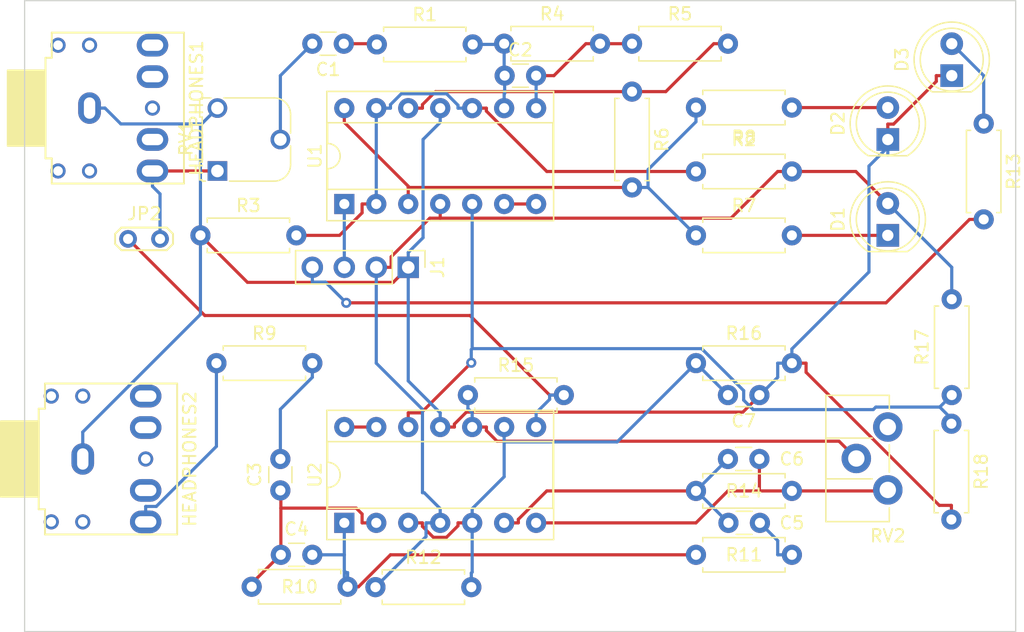
<source format=kicad_pcb>
(kicad_pcb (version 20221018) (generator pcbnew)
  (layers (0 "F.Cu" signal) (31 "B.Cu" signal) (34 "B.Paste" user) (35 "F.Paste" user) (36 "B.SilkS" user "B.Silkscreen") (37 "F.SilkS" user "F.Silkscreen") (38 "B.Mask" user) (39 "F.Mask" user) (44 "Edge.Cuts" user))
  (net 0 "")
  (net 1 "Net-(C1-Pad1)")
  (net 2 "Net-(C1-Pad2)")
  (net 3 "Net-(C2-Pad2)")
  (net 4 "Net-(D1-K)")
  (net 5 "+5V")
  (net 6 "GND")
  (net 7 "Net-(D2-A)")
  (net 10 "Net-(U2A--)")
  (net 12 "Net-(U1A--)")
  (net 13 "Net-(U1D-+)")
  (net 14 "Net-(U1A-+)")
  (net 15 "Net-(C3-Pad2)")
  (net 16 "Net-(C4-Pad2)")
  (net 17 "Net-(U2B--)")
  (net 18 "Net-(C5-Pad2)")
  (net 19 "Net-(C6-Pad2)")
  (net 20 "Net-(U2A-+)")
  (net 24 "Net-(HEADPHONES2-PadT)")
  (net 26 "Net-(D3-A)")
  (net 27 "Net-(U2C-+)")
  (net 28 "Net-(U1C--)")
  (net 29 "Net-(JP2-B)")
  (net 30 "Net-(J1-Pin_3)")
  (net 31 "Net-(JP2-A)")
  (net 32 "Net-(J1-Pin_4)")
  (net 33 "Net-(U1B-+)")
  (net 34 "Net-(U1B--)")
  (net 35 "Net-(U2D--)")
  (footprint "Potentiometer_THT:Potentiometer_Runtron_RM-065_Vertical" (layer "F.Cu") (at 33.1 40.6 90)
    (fp_text reference "RV1" (at 2.6 -2.5 90) (layer "F.SilkS"))
    (fp_text value "10k")
    (pad "1" thru_hole rect (at 0 0 90) (size 1.56 1.56) (drill 1) (layers "*.Cu" "*.Mask") (net 29 "Net-(JP2-B)"))
    (pad "2" thru_hole circle (at 2.5 5 90) (size 1.56 1.56) (drill 1) (layers "*.Cu" "*.Mask") (net 2 "Net-(C1-Pad2)"))
    (pad "3" thru_hole circle (at 5 0 90) (size 1.56 1.56) (drill 1) (layers "*.Cu" "*.Mask") (net 6 "GND"))
  )
  (footprint "Resistor_THT:R_Axial_DIN0207_L6.3mm_D2.5mm_P7.62mm_Horizontal" (layer "F.Cu") (at 71.12 45.72)
    (fp_text reference "R7" (at 3.81 -2.37) (layer "F.SilkS"))
    (fp_text value "1K")
    (pad "1" thru_hole circle (at 0 0) (size 1.6 1.6) (drill 0.8) (layers "*.Cu" "*.Mask") (net 14 "Net-(U1A-+)"))
    (pad "2" thru_hole oval (at 7.62 0) (size 1.6 1.6) (drill 0.8) (layers "*.Cu" "*.Mask") (net 4 "Net-(D1-K)"))
  )
  (footprint "LED_THT:LED_D5.0mm" (layer "F.Cu") (at 91.44 33.02 90)
    (fp_text reference "D3" (at 1.27 -3.96 90) (layer "F.SilkS"))
    (fp_text value "LED")
    (pad "1" thru_hole rect (at 0 0 90) (size 1.8 1.8) (drill 0.9) (layers "*.Cu" "*.Mask") (net 6 "GND"))
    (pad "2" thru_hole circle (at 2.54 0 90) (size 1.8 1.8) (drill 0.9) (layers "*.Cu" "*.Mask") (net 26 "Net-(D3-A)"))
  )
  (footprint "Resistor_THT:R_Axial_DIN0207_L6.3mm_D2.5mm_P7.62mm_Horizontal" (layer "F.Cu") (at 71.12 66.04)
    (fp_text reference "R14" (at 3.81 0) (layer "F.SilkS"))
    (fp_text value "6.8K")
    (pad "1" thru_hole circle (at 0 0) (size 1.6 1.6) (drill 0.8) (layers "*.Cu" "*.Mask") (net 17 "Net-(U2B--)"))
    (pad "2" thru_hole oval (at 7.62 0) (size 1.6 1.6) (drill 0.8) (layers "*.Cu" "*.Mask") (net 19 "Net-(C6-Pad2)"))
  )
  (footprint "Resistor_THT:R_Axial_DIN0207_L6.3mm_D2.5mm_P7.62mm_Horizontal" (layer "F.Cu") (at 53 58.42)
    (fp_text reference "R15" (at 3.81 -2.37) (layer "F.SilkS"))
    (fp_text value "1.2M")
    (pad "1" thru_hole circle (at 0 0) (size 1.6 1.6) (drill 0.8) (layers "*.Cu" "*.Mask") (net 27 "Net-(U2C-+)"))
    (pad "2" thru_hole oval (at 7.62 0) (size 1.6 1.6) (drill 0.8) (layers "*.Cu" "*.Mask") (net 31 "Net-(JP2-A)"))
  )
  (footprint "Resistor_THT:R_Axial_DIN0207_L6.3mm_D2.5mm_P7.62mm_Horizontal" (layer "F.Cu") (at 93.98 36.83 -90)
    (fp_text reference "R13" (at 3.81 -2.37 90) (layer "F.SilkS"))
    (fp_text value "220")
    (pad "1" thru_hole circle (at 0 0 270) (size 1.6 1.6) (drill 0.8) (layers "*.Cu" "*.Mask") (net 26 "Net-(D3-A)"))
    (pad "2" thru_hole oval (at 7.62 0 270) (size 1.6 1.6) (drill 0.8) (layers "*.Cu" "*.Mask") (net 32 "Net-(J1-Pin_4)"))
  )
  (footprint "Capacitor_THT:C_Disc_D3.0mm_W1.6mm_P2.50mm" (layer "F.Cu") (at 38.14 71.12)
    (fp_text reference "C4" (at 1.25 -2.05) (layer "F.SilkS"))
    (fp_text value "220pF")
    (pad "1" thru_hole circle (at 0 0) (size 1.6 1.6) (drill 0.8) (layers "*.Cu" "*.Mask") (net 10 "Net-(U2A--)"))
    (pad "2" thru_hole circle (at 2.5 0) (size 1.6 1.6) (drill 0.8) (layers "*.Cu" "*.Mask") (net 16 "Net-(C4-Pad2)"))
  )
  (footprint "TestPoint:TestPoint_2Pads_Pitch2.54mm_Drill0.8mm" (layer "F.Cu") (at 26 46)
    (fp_text reference "JP2" (at 1.3 -2) (layer "F.SilkS"))
    (fp_text value "Jumper_2_Open")
    (pad "1" thru_hole circle (at 0 0) (size 1.4 1.4) (drill 0.8) (layers "*.Cu" "*.Mask") (net 31 "Net-(JP2-A)"))
    (pad "2" thru_hole circle (at 2.54 0) (size 1.4 1.4) (drill 0.8) (layers "*.Cu" "*.Mask") (net 29 "Net-(JP2-B)"))
  )
  (footprint "Capacitor_THT:C_Disc_D3.0mm_W1.6mm_P2.50mm" (layer "F.Cu") (at 43.14 30.48 180)
    (fp_text reference "C1" (at 1.25 -2.05) (layer "F.SilkS"))
    (fp_text value "100nF")
    (pad "1" thru_hole circle (at 0 0 180) (size 1.6 1.6) (drill 0.8) (layers "*.Cu" "*.Mask") (net 1 "Net-(C1-Pad1)"))
    (pad "2" thru_hole circle (at 2.5 0 180) (size 1.6 1.6) (drill 0.8) (layers "*.Cu" "*.Mask") (net 2 "Net-(C1-Pad2)"))
  )
  (footprint "Package_DIP:DIP-14_W7.62mm_Socket" (layer "F.Cu") (at 43.18 68.58 90)
    (fp_text reference "U2" (at 3.81 -2.33 90) (layer "F.SilkS"))
    (fp_text value "TLC2274")
    (pad "1" thru_hole rect (at 0 0 90) (size 1.6 1.6) (drill 0.8) (layers "*.Cu" "*.Mask") (net 16 "Net-(C4-Pad2)"))
    (pad "2" thru_hole oval (at 0 2.54 90) (size 1.6 1.6) (drill 0.8) (layers "*.Cu" "*.Mask") (net 10 "Net-(U2A--)"))
    (pad "3" thru_hole oval (at 0 5.08 90) (size 1.6 1.6) (drill 0.8) (layers "*.Cu" "*.Mask") (net 20 "Net-(U2A-+)"))
    (pad "4" thru_hole oval (at 0 7.62 90) (size 1.6 1.6) (drill 0.8) (layers "*.Cu" "*.Mask") (net 5 "+5V"))
    (pad "5" thru_hole oval (at 0 10.16 90) (size 1.6 1.6) (drill 0.8) (layers "*.Cu" "*.Mask") (net 20 "Net-(U2A-+)"))
    (pad "6" thru_hole oval (at 0 12.7 90) (size 1.6 1.6) (drill 0.8) (layers "*.Cu" "*.Mask") (net 17 "Net-(U2B--)"))
    (pad "7" thru_hole oval (at 0 15.24 90) (size 1.6 1.6) (drill 0.8) (layers "*.Cu" "*.Mask") (net 19 "Net-(C6-Pad2)"))
    (pad "8" thru_hole oval (at 7.62 15.24 90) (size 1.6 1.6) (drill 0.8) (layers "*.Cu" "*.Mask") (net 31 "Net-(JP2-A)"))
    (pad "9" thru_hole oval (at 7.62 12.7 90) (size 1.6 1.6) (drill 0.8) (layers "*.Cu" "*.Mask") (net 20 "Net-(U2A-+)"))
    (pad "10" thru_hole oval (at 7.62 10.16 90) (size 1.6 1.6) (drill 0.8) (layers "*.Cu" "*.Mask") (net 27 "Net-(U2C-+)"))
    (pad "11" thru_hole oval (at 7.62 7.62 90) (size 1.6 1.6) (drill 0.8) (layers "*.Cu" "*.Mask") (net 6 "GND"))
    (pad "12" thru_hole oval (at 7.62 5.08 90) (size 1.6 1.6) (drill 0.8) (layers "*.Cu" "*.Mask") (net 33 "Net-(U1B-+)"))
    (pad "13" thru_hole oval (at 7.62 2.54 90) (size 1.6 1.6) (drill 0.8) (layers "*.Cu" "*.Mask") (net 35 "Net-(U2D--)"))
    (pad "14" thru_hole oval (at 7.62 0 90) (size 1.6 1.6) (drill 0.8) (layers "*.Cu" "*.Mask") (net 35 "Net-(U2D--)"))
  )
  (footprint "Resistor_THT:R_Axial_DIN0207_L6.3mm_D2.5mm_P7.62mm_Horizontal" (layer "F.Cu") (at 31.75 45.72)
    (fp_text reference "R3" (at 3.81 -2.37) (layer "F.SilkS"))
    (fp_text value "10K")
    (pad "1" thru_hole circle (at 0 0) (size 1.6 1.6) (drill 0.8) (layers "*.Cu" "*.Mask") (net 6 "GND"))
    (pad "2" thru_hole oval (at 7.62 0) (size 1.6 1.6) (drill 0.8) (layers "*.Cu" "*.Mask") (net 12 "Net-(U1A--)"))
  )
  (footprint "Potentiometer_THT:Potentiometer_ACP_CA9-H2,5_Horizontal" (layer "F.Cu") (at 86.36 65.96 180)
    (fp_text reference "RV2" (at 0 -3.65) (layer "F.SilkS"))
    (fp_text value "200k")
    (pad "1" thru_hole circle (at 0 0 180) (size 2.34 2.34) (drill 1.3) (layers "*.Cu" "*.Mask") (net 19 "Net-(C6-Pad2)"))
    (pad "2" thru_hole circle (at 2.5 2.5 180) (size 2.34 2.34) (drill 1.3) (layers "*.Cu" "*.Mask") (net 27 "Net-(U2C-+)"))
    (pad "3" thru_hole circle (at 0 5 180) (size 2.34 2.34) (drill 1.3) (layers "*.Cu" "*.Mask"))
  )
  (footprint "Resistor_THT:R_Axial_DIN0207_L6.3mm_D2.5mm_P7.62mm_Horizontal" (layer "F.Cu") (at 71.12 71.12)
    (fp_text reference "R11" (at 3.81 0) (layer "F.SilkS"))
    (fp_text value "10k")
    (pad "1" thru_hole circle (at 0 0) (size 1.6 1.6) (drill 0.8) (layers "*.Cu" "*.Mask") (net 16 "Net-(C4-Pad2)"))
    (pad "2" thru_hole oval (at 7.62 0) (size 1.6 1.6) (drill 0.8) (layers "*.Cu" "*.Mask") (net 18 "Net-(C5-Pad2)"))
  )
  (footprint "Resistor_THT:R_Axial_DIN0207_L6.3mm_D2.5mm_P7.62mm_Horizontal" (layer "F.Cu") (at 71.12 55.88)
    (fp_text reference "R16" (at 3.81 -2.37) (layer "F.SilkS"))
    (fp_text value "10K")
    (pad "1" thru_hole circle (at 0 0) (size 1.6 1.6) (drill 0.8) (layers "*.Cu" "*.Mask") (net 20 "Net-(U2A-+)"))
    (pad "2" thru_hole oval (at 7.62 0) (size 1.6 1.6) (drill 0.8) (layers "*.Cu" "*.Mask") (net 6 "GND"))
  )
  (footprint "Capacitor_THT:C_Disc_D3.0mm_W1.6mm_P2.50mm" (layer "F.Cu") (at 73.7 68.58)
    (fp_text reference "C5" (at 5.04 0) (layer "F.SilkS"))
    (fp_text value "10nF")
    (pad "1" thru_hole circle (at 0 0) (size 1.6 1.6) (drill 0.8) (layers "*.Cu" "*.Mask") (net 17 "Net-(U2B--)"))
    (pad "2" thru_hole circle (at 2.5 0) (size 1.6 1.6) (drill 0.8) (layers "*.Cu" "*.Mask") (net 18 "Net-(C5-Pad2)"))
  )
  (footprint "footprints:PJ-307" (layer "F.Cu") (at 25.94 35.6)
    (fp_text reference "HEADPHONES1" (at 5.5 0 270) (layer "F.SilkS"))
    (fp_text value "AudioJack3_SwitchTR")
    (pad "" np_thru_hole circle (at -5.5 -5) (size 1.2 1.2) (drill 0.762) (layers "*.Cu" "*.Mask"))
    (pad "" np_thru_hole circle (at -5.5 5) (size 1.2 1.2) (drill 0.762) (layers "*.Cu" "*.Mask"))
    (pad "" np_thru_hole circle (at -3 -5) (size 1.2 1.2) (drill 0.762) (layers "*.Cu" "*.Mask"))
    (pad "" np_thru_hole circle (at -3 5) (size 1.2 1.2) (drill 0.762) (layers "*.Cu" "*.Mask"))
    (pad "" np_thru_hole circle (at 2 0) (size 1.2 1.2) (drill 0.762) (layers "*.Cu" "*.Mask"))
    (pad "R" thru_hole oval (at 2 -5) (size 2.5 1.8) (drill oval 1.7 0.9) (layers "*.Cu" "*.Mask"))
    (pad "RN" thru_hole oval (at 2 -2.5) (size 2.5 1.8) (drill oval 1.7 0.9) (layers "*.Cu" "*.Mask"))
    (pad "S" thru_hole oval (at -3 0 90) (size 2.5 1.8) (drill oval 1.7 0.9) (layers "*.Cu" "*.Mask") (net 6 "GND"))
    (pad "T" thru_hole oval (at 2 5) (size 2.5 1.8) (drill oval 1.7 0.9) (layers "*.Cu" "*.Mask") (net 29 "Net-(JP2-B)"))
    (pad "TN" thru_hole oval (at 2 2.5) (size 2.5 1.8) (drill oval 1.7 0.9) (layers "*.Cu" "*.Mask"))
  )
  (footprint "Package_DIP:DIP-14_W7.62mm_Socket" (layer "F.Cu") (at 43.18 43.2254 90)
    (fp_text reference "U1" (at 3.81 -2.33 90) (layer "F.SilkS"))
    (fp_text value "TLC2274")
    (pad "1" thru_hole rect (at 0 0 90) (size 1.6 1.6) (drill 0.8) (layers "*.Cu" "*.Mask") (net 30 "Net-(J1-Pin_3)"))
    (pad "2" thru_hole oval (at 0 2.54 90) (size 1.6 1.6) (drill 0.8) (layers "*.Cu" "*.Mask") (net 12 "Net-(U1A--)"))
    (pad "3" thru_hole oval (at 0 5.08 90) (size 1.6 1.6) (drill 0.8) (layers "*.Cu" "*.Mask") (net 14 "Net-(U1A-+)"))
    (pad "4" thru_hole oval (at 0 7.62 90) (size 1.6 1.6) (drill 0.8) (layers "*.Cu" "*.Mask") (net 5 "+5V"))
    (pad "5" thru_hole oval (at 0 10.16 90) (size 1.6 1.6) (drill 0.8) (layers "*.Cu" "*.Mask") (net 33 "Net-(U1B-+)"))
    (pad "6" thru_hole oval (at 0 12.7 90) (size 1.6 1.6) (drill 0.8) (layers "*.Cu" "*.Mask") (net 34 "Net-(U1B--)"))
    (pad "7" thru_hole oval (at 0 15.24 90) (size 1.6 1.6) (drill 0.8) (layers "*.Cu" "*.Mask") (net 34 "Net-(U1B--)"))
    (pad "8" thru_hole oval (at 7.62 15.24 90) (size 1.6 1.6) (drill 0.8) (layers "*.Cu" "*.Mask") (net 3 "Net-(C2-Pad2)"))
    (pad "9" thru_hole oval (at 7.62 12.7 90) (size 1.6 1.6) (drill 0.8) (layers "*.Cu" "*.Mask") (net 28 "Net-(U1C--)"))
    (pad "10" thru_hole oval (at 7.62 10.16 90) (size 1.6 1.6) (drill 0.8) (layers "*.Cu" "*.Mask") (net 12 "Net-(U1A--)"))
    (pad "11" thru_hole oval (at 7.62 7.62 90) (size 1.6 1.6) (drill 0.8) (layers "*.Cu" "*.Mask") (net 6 "GND"))
    (pad "12" thru_hole oval (at 7.62 5.08 90) (size 1.6 1.6) (drill 0.8) (layers "*.Cu" "*.Mask") (net 13 "Net-(U1D-+)"))
    (pad "13" thru_hole oval (at 7.62 2.54 90) (size 1.6 1.6) (drill 0.8) (layers "*.Cu" "*.Mask") (net 12 "Net-(U1A--)"))
    (pad "14" thru_hole oval (at 7.62 0 90) (size 1.6 1.6) (drill 0.8) (layers "*.Cu" "*.Mask") (net 14 "Net-(U1A-+)"))
  )
  (footprint "Capacitor_THT:C_Disc_D3.0mm_W1.6mm_P2.50mm" (layer "F.Cu") (at 55.92 33.02)
    (fp_text reference "C2" (at 1.25 -2.05) (layer "F.SilkS"))
    (fp_text value "220pF")
    (pad "1" thru_hole circle (at 0 0) (size 1.6 1.6) (drill 0.8) (layers "*.Cu" "*.Mask") (net 28 "Net-(U1C--)"))
    (pad "2" thru_hole circle (at 2.5 0) (size 1.6 1.6) (drill 0.8) (layers "*.Cu" "*.Mask") (net 3 "Net-(C2-Pad2)"))
  )
  (footprint "LED_THT:LED_D5.0mm" (layer "F.Cu") (at 86.36 45.72 90)
    (fp_text reference "D1" (at 1.27 -3.96 90) (layer "F.SilkS"))
    (fp_text value "LED")
    (pad "1" thru_hole rect (at 0 0 90) (size 1.8 1.8) (drill 0.9) (layers "*.Cu" "*.Mask") (net 4 "Net-(D1-K)"))
    (pad "2" thru_hole circle (at 2.54 0 90) (size 1.8 1.8) (drill 0.9) (layers "*.Cu" "*.Mask") (net 5 "+5V"))
  )
  (footprint "Resistor_THT:R_Axial_DIN0207_L6.3mm_D2.5mm_P7.62mm_Horizontal" (layer "F.Cu") (at 33.02 55.88)
    (fp_text reference "R9" (at 3.81 -2.37) (layer "F.SilkS"))
    (fp_text value "10K")
    (pad "1" thru_hole circle (at 0 0) (size 1.6 1.6) (drill 0.8) (layers "*.Cu" "*.Mask") (net 24 "Net-(HEADPHONES2-PadT)"))
    (pad "2" thru_hole oval (at 7.62 0) (size 1.6 1.6) (drill 0.8) (layers "*.Cu" "*.Mask") (net 15 "Net-(C3-Pad2)"))
  )
  (footprint "Capacitor_THT:C_Disc_D3.0mm_W1.6mm_P2.50mm" (layer "F.Cu") (at 73.66 63.5)
    (fp_text reference "C6" (at 5.08 0) (layer "F.SilkS"))
    (fp_text value "220pF")
    (pad "1" thru_hole circle (at 0 0) (size 1.6 1.6) (drill 0.8) (layers "*.Cu" "*.Mask") (net 17 "Net-(U2B--)"))
    (pad "2" thru_hole circle (at 2.5 0) (size 1.6 1.6) (drill 0.8) (layers "*.Cu" "*.Mask") (net 19 "Net-(C6-Pad2)"))
  )
  (footprint "Capacitor_THT:C_Disc_D3.0mm_W1.6mm_P2.50mm" (layer "F.Cu") (at 76.16 58.42 180)
    (fp_text reference "C7" (at 1.25 -2.05) (layer "F.SilkS"))
    (fp_text value "100nF")
    (pad "1" thru_hole circle (at 0 0 180) (size 1.6 1.6) (drill 0.8) (layers "*.Cu" "*.Mask") (net 6 "GND"))
    (pad "2" thru_hole circle (at 2.5 0 180) (size 1.6 1.6) (drill 0.8) (layers "*.Cu" "*.Mask") (net 20 "Net-(U2A-+)"))
  )
  (footprint "LED_THT:LED_D5.0mm" (layer "F.Cu") (at 86.36 38.1 90)
    (fp_text reference "D2" (at 1.27 -3.96 90) (layer "F.SilkS"))
    (fp_text value "LED")
    (pad "1" thru_hole rect (at 0 0 90) (size 1.8 1.8) (drill 0.9) (layers "*.Cu" "*.Mask") (net 6 "GND"))
    (pad "2" thru_hole circle (at 2.54 0 90) (size 1.8 1.8) (drill 0.9) (layers "*.Cu" "*.Mask") (net 7 "Net-(D2-A)"))
  )
  (footprint "Resistor_THT:R_Axial_DIN0207_L6.3mm_D2.5mm_P7.62mm_Horizontal" (layer "F.Cu") (at 45.7633 30.5371)
    (fp_text reference "R1" (at 3.81 -2.37) (layer "F.SilkS"))
    (fp_text value "10K")
    (pad "1" thru_hole circle (at 0 0) (size 1.6 1.6) (drill 0.8) (layers "*.Cu" "*.Mask") (net 1 "Net-(C1-Pad1)"))
    (pad "2" thru_hole oval (at 7.62 0) (size 1.6 1.6) (drill 0.8) (layers "*.Cu" "*.Mask") (net 28 "Net-(U1C--)"))
  )
  (footprint "Resistor_THT:R_Axial_DIN0207_L6.3mm_D2.5mm_P7.62mm_Horizontal" (layer "F.Cu") (at 66.04 34.29 -90)
    (fp_text reference "R6" (at 3.81 -2.37 -270) (layer "F.SilkS"))
    (fp_text value "1M")
    (pad "1" thru_hole circle (at 0 0 270) (size 1.6 1.6) (drill 0.8) (layers "*.Cu" "*.Mask") (net 13 "Net-(U1D-+)"))
    (pad "2" thru_hole oval (at 7.62 0 270) (size 1.6 1.6) (drill 0.8) (layers "*.Cu" "*.Mask") (net 14 "Net-(U1A-+)"))
  )
  (footprint "Resistor_THT:R_Axial_DIN0207_L6.3mm_D2.5mm_P7.62mm_Horizontal" (layer "F.Cu") (at 91.44 58.42 90)
    (fp_text reference "R17" (at 3.81 -2.37 90) (layer "F.SilkS"))
    (fp_text value "10K")
    (pad "1" thru_hole circle (at 0 0 90) (size 1.6 1.6) (drill 0.8) (layers "*.Cu" "*.Mask") (net 33 "Net-(U1B-+)"))
    (pad "2" thru_hole oval (at 7.62 0 90) (size 1.6 1.6) (drill 0.8) (layers "*.Cu" "*.Mask") (net 5 "+5V"))
  )
  (footprint "Resistor_THT:R_Axial_DIN0207_L6.3mm_D2.5mm_P7.62mm_Horizontal" (layer "F.Cu") (at 66.04 30.48)
    (fp_text reference "R5" (at 3.81 -2.37) (layer "F.SilkS"))
    (fp_text value "100K")
    (pad "1" thru_hole circle (at 0 0) (size 1.6 1.6) (drill 0.8) (layers "*.Cu" "*.Mask") (net 3 "Net-(C2-Pad2)"))
    (pad "2" thru_hole oval (at 7.62 0) (size 1.6 1.6) (drill 0.8) (layers "*.Cu" "*.Mask") (net 13 "Net-(U1D-+)"))
  )
  (footprint "Connector_PinHeader_2.54mm:PinHeader_1x04_P2.54mm_Vertical" (layer "F.Cu") (at 48.26 48.26 -90)
    (fp_text reference "J1" (at 0 -2.33 90) (layer "F.SilkS"))
    (fp_text value "Conn_01x04_Pin")
    (pad "1" thru_hole rect (at 0 0 270) (size 1.7 1.7) (drill 1) (layers "*.Cu" "*.Mask") (net 6 "GND"))
    (pad "2" thru_hole oval (at 0 2.54 270) (size 1.7 1.7) (drill 1) (layers "*.Cu" "*.Mask") (net 5 "+5V"))
    (pad "3" thru_hole oval (at 0 5.08 270) (size 1.7 1.7) (drill 1) (layers "*.Cu" "*.Mask") (net 30 "Net-(J1-Pin_3)"))
    (pad "4" thru_hole oval (at 0 7.62 270) (size 1.7 1.7) (drill 1) (layers "*.Cu" "*.Mask") (net 32 "Net-(J1-Pin_4)"))
  )
  (footprint "Resistor_THT:R_Axial_DIN0207_L6.3mm_D2.5mm_P7.62mm_Horizontal" (layer "F.Cu") (at 45.6525 73.6916)
    (fp_text reference "R12" (at 3.81 -2.37) (layer "F.SilkS"))
    (fp_text value "10K")
    (pad "1" thru_hole circle (at 0 0) (size 1.6 1.6) (drill 0.8) (layers "*.Cu" "*.Mask") (net 5 "+5V"))
    (pad "2" thru_hole oval (at 7.62 0) (size 1.6 1.6) (drill 0.8) (layers "*.Cu" "*.Mask") (net 20 "Net-(U2A-+)"))
  )
  (footprint "Resistor_THT:R_Axial_DIN0207_L6.3mm_D2.5mm_P7.62mm_Horizontal" (layer "F.Cu") (at 78.74 35.56 180)
    (fp_text reference "R8" (at 3.81 -2.37) (layer "F.SilkS"))
    (fp_text value "1K")
    (pad "1" thru_hole circle (at 0 0 180) (size 1.6 1.6) (drill 0.8) (layers "*.Cu" "*.Mask") (net 7 "Net-(D2-A)"))
    (pad "2" thru_hole oval (at 7.62 0 180) (size 1.6 1.6) (drill 0.8) (layers "*.Cu" "*.Mask") (net 14 "Net-(U1A-+)"))
  )
  (footprint "footprints:PJ-307" (layer "F.Cu") (at 25.4 63.5)
    (fp_text reference "HEADPHONES2" (at 5.5 0 270) (layer "F.SilkS"))
    (fp_text value "AudioJack3_SwitchTR")
    (pad "" np_thru_hole circle (at -5.5 -5) (size 1.2 1.2) (drill 0.762) (layers "*.Cu" "*.Mask"))
    (pad "" np_thru_hole circle (at -5.5 5) (size 1.2 1.2) (drill 0.762) (layers "*.Cu" "*.Mask"))
    (pad "" np_thru_hole circle (at -3 -5) (size 1.2 1.2) (drill 0.762) (layers "*.Cu" "*.Mask"))
    (pad "" np_thru_hole circle (at -3 5) (size 1.2 1.2) (drill 0.762) (layers "*.Cu" "*.Mask"))
    (pad "" np_thru_hole circle (at 2 0) (size 1.2 1.2) (drill 0.762) (layers "*.Cu" "*.Mask"))
    (pad "R" thru_hole oval (at 2 -5) (size 2.5 1.8) (drill oval 1.7 0.9) (layers "*.Cu" "*.Mask"))
    (pad "RN" thru_hole oval (at 2 -2.5) (size 2.5 1.8) (drill oval 1.7 0.9) (layers "*.Cu" "*.Mask"))
    (pad "S" thru_hole oval (at -3 0 90) (size 2.5 1.8) (drill oval 1.7 0.9) (layers "*.Cu" "*.Mask") (net 6 "GND"))
    (pad "T" thru_hole oval (at 2 5) (size 2.5 1.8) (drill oval 1.7 0.9) (layers "*.Cu" "*.Mask") (net 24 "Net-(HEADPHONES2-PadT)"))
    (pad "TN" thru_hole oval (at 2 2.5) (size 2.5 1.8) (drill oval 1.7 0.9) (layers "*.Cu" "*.Mask"))
  )
  (footprint "Capacitor_THT:C_Disc_D3.0mm_W1.6mm_P2.50mm" (layer "F.Cu") (at 38.1 66 90)
    (fp_text reference "C3" (at 1.25 -2.05 90) (layer "F.SilkS"))
    (fp_text value "10nF")
    (pad "1" thru_hole circle (at 0 0 90) (size 1.6 1.6) (drill 0.8) (layers "*.Cu" "*.Mask") (net 10 "Net-(U2A--)"))
    (pad "2" thru_hole circle (at 2.5 0 90) (size 1.6 1.6) (drill 0.8) (layers "*.Cu" "*.Mask") (net 15 "Net-(C3-Pad2)"))
  )
  (footprint "Resistor_THT:R_Axial_DIN0207_L6.3mm_D2.5mm_P7.62mm_Horizontal" (layer "F.Cu") (at 71.12 40.64)
    (fp_text reference "R2" (at 3.81 -2.54) (layer "F.SilkS"))
    (fp_text value "10K")
    (pad "1" thru_hole circle (at 0 0) (size 1.6 1.6) (drill 0.8) (layers "*.Cu" "*.Mask") (net 12 "Net-(U1A--)"))
    (pad "2" thru_hole oval (at 7.62 0) (size 1.6 1.6) (drill 0.8) (layers "*.Cu" "*.Mask") (net 5 "+5V"))
  )
  (footprint "Resistor_THT:R_Axial_DIN0207_L6.3mm_D2.5mm_P7.62mm_Horizontal" (layer "F.Cu") (at 91.4131 60.6947 -90)
    (fp_text reference "R18" (at 3.81 -2.37 90) (layer "F.SilkS"))
    (fp_text value "10K")
    (pad "1" thru_hole circle (at 0 0 270) (size 1.6 1.6) (drill 0.8) (layers "*.Cu" "*.Mask") (net 33 "Net-(U1B-+)"))
    (pad "2" thru_hole oval (at 7.62 0 270) (size 1.6 1.6) (drill 0.8) (layers "*.Cu" "*.Mask") (net 6 "GND"))
  )
  (footprint "Resistor_THT:R_Axial_DIN0207_L6.3mm_D2.5mm_P7.62mm_Horizontal" (layer "F.Cu") (at 55.88 30.48)
    (fp_text reference "R4" (at 3.81 -2.37) (layer "F.SilkS"))
    (fp_text value "100K")
    (pad "1" thru_hole circle (at 0 0) (size 1.6 1.6) (drill 0.8) (layers "*.Cu" "*.Mask") (net 28 "Net-(U1C--)"))
    (pad "2" thru_hole oval (at 7.62 0) (size 1.6 1.6) (drill 0.8) (layers "*.Cu" "*.Mask") (net 3 "Net-(C2-Pad2)"))
  )
  (footprint "Resistor_THT:R_Axial_DIN0207_L6.3mm_D2.5mm_P7.62mm_Horizontal" (layer "F.Cu") (at 35.8219 73.66)
    (fp_text reference "R10" (at 3.81 0) (layer "F.SilkS"))
    (fp_text value "6.8K")
    (pad "1" thru_hole circle (at 0 0) (size 1.6 1.6) (drill 0.8) (layers "*.Cu" "*.Mask") (net 10 "Net-(U2A--)"))
    (pad "2" thru_hole oval (at 7.62 0) (size 1.6 1.6) (drill 0.8) (layers "*.Cu" "*.Mask") (net 16 "Net-(C4-Pad2)"))
  )
  (gr_rect (start 17.78 27.055519) (end 96.52 77.226088) (stroke (width 0.1)) (fill none) (layer "Edge.Cuts"))
  (segment (start 45.7062 30.48) (end 45.7633 30.5371) (width 0.25) (layer "F.Cu") (net 1))
  (segment (start 43.14 30.48) (end 45.7062 30.48) (width 0.25) (layer "F.Cu") (net 1))
  (segment (start 38.1 33.02) (end 38.1 38.1) (width 0.25) (layer "B.Cu") (net 2))
  (segment (start 40.64 30.48) (end 38.1 33.02) (width 0.25) (layer "B.Cu") (net 2))
  (segment (start 63.5 30.48) (end 66.04 30.48) (width 0.25) (layer "F.Cu") (net 3))
  (segment (start 59.8331 33.02) (end 58.42 33.02) (width 0.25) (layer "F.Cu") (net 3))
  (segment (start 63.5 30.48) (end 62.3731 30.48) (width 0.25) (layer "F.Cu") (net 3))
  (segment (start 62.3731 30.48) (end 59.8331 33.02) (width 0.25) (layer "F.Cu") (net 3))
  (segment (start 58.42 35.6054) (end 58.42 33.02) (width 0.25) (layer "B.Cu") (net 3))
  (segment (start 86.36 45.72) (end 78.74 45.72) (width 0.25) (layer "F.Cu") (net 4))
  (segment (start 49.9723 44.3523) (end 46.8969 47.4277) (width 0.25) (layer "F.Cu") (net 5))
  (segment (start 78.74 40.64) (end 77.6131 40.64) (width 0.25) (layer "F.Cu") (net 5))
  (segment (start 46.8969 47.4277) (end 46.8969 48.26) (width 0.25) (layer "F.Cu") (net 5))
  (segment (start 50.8 44.3523) (end 49.9723 44.3523) (width 0.25) (layer "F.Cu") (net 5))
  (segment (start 83.82 40.64) (end 78.74 40.64) (width 0.25) (layer "F.Cu") (net 5))
  (segment (start 46.8969 48.26) (end 45.72 48.26) (width 0.25) (layer "F.Cu") (net 5))
  (segment (start 50.8 43.2254) (end 50.8 44.3523) (width 0.25) (layer "F.Cu") (net 5))
  (segment (start 77.6131 40.64) (end 73.9008 44.3523) (width 0.25) (layer "F.Cu") (net 5))
  (segment (start 73.9008 44.3523) (end 50.8 44.3523) (width 0.25) (layer "F.Cu") (net 5))
  (segment (start 86.36 43.18) (end 83.82 40.64) (width 0.25) (layer "F.Cu") (net 5))
  (segment (start 49.53 66.1831) (end 49.3899 66.1831) (width 0.25) (layer "B.Cu") (net 5))
  (segment (start 50.8 68.58) (end 49.6731 68.58) (width 0.25) (layer "B.Cu") (net 5))
  (segment (start 50.8 67.4531) (end 49.53 66.1831) (width 0.25) (layer "B.Cu") (net 5))
  (segment (start 49.6731 69.671) (end 45.6525 73.6916) (width 0.25) (layer "B.Cu") (net 5))
  (segment (start 49.3899 59.5538) (end 45.72 55.8839) (width 0.25) (layer "B.Cu") (net 5))
  (segment (start 86.36 43.18) (end 91.44 48.26) (width 0.25) (layer "B.Cu") (net 5))
  (segment (start 45.72 55.8839) (end 45.72 48.26) (width 0.25) (layer "B.Cu") (net 5))
  (segment (start 49.6731 68.58) (end 49.6731 69.671) (width 0.25) (layer "B.Cu") (net 5))
  (segment (start 91.44 48.26) (end 91.44 50.8) (width 0.25) (layer "B.Cu") (net 5))
  (segment (start 49.3899 66.1831) (end 49.3899 59.5538) (width 0.25) (layer "B.Cu") (net 5))
  (segment (start 50.8 68.58) (end 50.8 67.4531) (width 0.25) (layer "B.Cu") (net 5))
  (segment (start 86.36 36.8731) (end 86.8201 36.8731) (width 0.25) (layer "F.Cu") (net 6))
  (segment (start 76.16 58.42) (end 76.18 58.44) (width 0.25) (layer "F.Cu") (net 6))
  (segment (start 51.9269 60.96) (end 51.9269 60.7265) (width 0.25) (layer "F.Cu") (net 6))
  (segment (start 90.2131 33.02) (end 91.44 33.02) (width 0.25) (layer "F.Cu") (net 6))
  (segment (start 35.4847 49.4547) (end 47.0653 49.4547) (width 0.25) (layer "F.Cu") (net 6))
  (segment (start 90.2131 33.4801) (end 90.2131 33.02) (width 0.25) (layer "F.Cu") (net 6))
  (segment (start 50.8 60.96) (end 51.9269 60.96) (width 0.25) (layer "F.Cu") (net 6))
  (segment (start 90.4512 67.1878) (end 91.4131 67.1878) (width 0.25) (layer "F.Cu") (net 6))
  (segment (start 51.9269 60.7265) (end 52.8791 59.7743) (width 0.25) (layer "F.Cu") (net 6))
  (segment (start 79.8669 56.6035) (end 90.4512 67.1878) (width 0.25) (layer "F.Cu") (net 6))
  (segment (start 91.4131 68.3147) (end 91.4131 67.1878) (width 0.25) (layer "F.Cu") (net 6))
  (segment (start 31.75 45.72) (end 35.4847 49.4547) (width 0.25) (layer "F.Cu") (net 6))
  (segment (start 78.74 55.88) (end 79.8669 55.88) (width 0.25) (layer "F.Cu") (net 6))
  (segment (start 86.36 38.1) (end 86.36 36.8731) (width 0.25) (layer "F.Cu") (net 6))
  (segment (start 79.8669 55.88) (end 79.8669 56.6035) (width 0.25) (layer "F.Cu") (net 6))
  (segment (start 47.0653 49.4547) (end 48.26 48.26) (width 0.25) (layer "F.Cu") (net 6))
  (segment (start 52.8791 59.7743) (end 74.8457 59.7743) (width 0.25) (layer "F.Cu") (net 6))
  (segment (start 74.8457 59.7743) (end 76.18 58.44) (width 0.25) (layer "F.Cu") (net 6))
  (segment (start 76.18 58.44) (end 76.2 58.42) (width 0.25) (layer "F.Cu") (net 6))
  (segment (start 86.8201 36.8731) (end 90.2131 33.4801) (width 0.25) (layer "F.Cu") (net 6))
  (segment (start 50.8 36.7323) (end 49.4369 38.0954) (width 0.25) (layer "B.Cu") (net 6))
  (segment (start 31.6593 36.8593) (end 31.75 36.95) (width 0.25) (layer "B.Cu") (net 6))
  (segment (start 50.8 35.6054) (end 50.8 36.7323) (width 0.25) (layer "B.Cu") (net 6))
  (segment (start 31.75 52.0075) (end 31.75 45.72) (width 0.25) (layer "B.Cu") (net 6))
  (segment (start 76.2 58.42) (end 77.6131 57.0069) (width 0.25) (layer "B.Cu") (net 6))
  (segment (start 48.26 57.2931) (end 48.26 48.26) (width 0.25) (layer "B.Cu") (net 6))
  (segment (start 86.36 38.1) (end 86.36 38.7134) (width 0.25) (layer "B.Cu") (net 6))
  (segment (start 76.16 58.42) (end 76.2 58.42) (width 0.25) (layer "B.Cu") (net 6))
  (segment (start 31.75 45.72) (end 31.75 36.95) (width 0.25) (layer "B.Cu") (net 6))
  (segment (start 50.8 59.8331) (end 48.26 57.2931) (width 0.25) (layer "B.Cu") (net 6))
  (segment (start 24.1669 35.6) (end 25.4262 36.8593) (width 0.25) (layer "B.Cu") (net 6))
  (segment (start 50.8 60.96) (end 50.8 59.8331) (width 0.25) (layer "B.Cu") (net 6))
  (segment (start 77.6131 55.88) (end 78.74 55.88) (width 0.25) (layer "B.Cu") (net 6))
  (segment (start 49.4369 38.0954) (end 49.4369 45.9062) (width 0.25) (layer "B.Cu") (net 6))
  (segment (start 22.4 61.3575) (end 31.75 52.0075) (width 0.25) (layer "B.Cu") (net 6))
  (segment (start 78.74 55.88) (end 78.74 54.7531) (width 0.25) (layer "B.Cu") (net 6))
  (segment (start 22.94 35.6) (end 24.1669 35.6) (width 0.25) (layer "B.Cu") (net 6))
  (segment (start 48.26 47.0831) (end 48.26 48.26) (width 0.25) (layer "B.Cu") (net 6))
  (segment (start 49.4369 45.9062) (end 48.26 47.0831) (width 0.25) (layer "B.Cu") (net 6))
  (segment (start 84.8646 48.6285) (end 84.8646 40.2088) (width 0.25) (layer "B.Cu") (net 6))
  (segment (start 84.8646 40.2088) (end 86.36 38.7134) (width 0.25) (layer "B.Cu") (net 6))
  (segment (start 78.74 54.7531) (end 84.8646 48.6285) (width 0.25) (layer "B.Cu") (net 6))
  (segment (start 22.4 63.5) (end 22.4 61.3575) (width 0.25) (layer "B.Cu") (net 6))
  (segment (start 86.36 38.7134) (end 86.36 39.3269) (width 0.25) (layer "B.Cu") (net 6))
  (segment (start 31.75 36.95) (end 33.1 35.6) (width 0.25) (layer "B.Cu") (net 6))
  (segment (start 77.6131 57.0069) (end 77.6131 55.88) (width 0.25) (layer "B.Cu") (net 6))
  (segment (start 25.4262 36.8593) (end 31.6593 36.8593) (width 0.25) (layer "B.Cu") (net 6))
  (segment (start 86.36 35.56) (end 78.74 35.56) (width 0.25) (layer "F.Cu") (net 7))
  (segment (start 45.72 68.58) (end 44.5931 68.58) (width 0.25) (layer "F.Cu") (net 10))
  (segment (start 38.14 71.12) (end 38.1 71.12) (width 0.25) (layer "F.Cu") (net 10))
  (segment (start 38.14 67.4068) (end 38.14 71.12) (width 0.25) (layer "F.Cu") (net 10))
  (segment (start 44.1242 67.4068) (end 38.14 67.4068) (width 0.25) (layer "F.Cu") (net 10))
  (segment (start 38.1 71.12) (end 35.8219 73.3981) (width 0.25) (layer "F.Cu") (net 10))
  (segment (start 35.8219 73.3981) (end 35.56 73.66) (width 0.25) (layer "F.Cu") (net 10))
  (segment (start 35.8219 73.3981) (end 35.8219 73.66) (width 0.25) (layer "F.Cu") (net 10))
  (segment (start 38.1 66) (end 38.14 66.04) (width 0.25) (layer "F.Cu") (net 10))
  (segment (start 44.5931 67.8757) (end 44.1242 67.4068) (width 0.25) (layer "F.Cu") (net 10))
  (segment (start 38.14 66.04) (end 38.14 67.4068) (width 0.25) (layer "F.Cu") (net 10))
  (segment (start 44.5931 68.58) (end 44.5931 67.8757) (width 0.25) (layer "F.Cu") (net 10))
  (segment (start 54.4669 35.6054) (end 53.34 35.6054) (width 0.25) (layer "F.Cu") (net 12))
  (segment (start 59.268 40.64) (end 54.4669 35.8389) (width 0.25) (layer "F.Cu") (net 12))
  (segment (start 44.5931 43.2254) (end 44.5931 43.9297) (width 0.25) (layer "F.Cu") (net 12))
  (segment (start 42.8028 45.72) (end 39.37 45.72) (width 0.25) (layer "F.Cu") (net 12))
  (segment (start 54.4669 35.8389) (end 54.4669 35.6054) (width 0.25) (layer "F.Cu") (net 12))
  (segment (start 45.72 43.2254) (end 44.5931 43.2254) (width 0.25) (layer "F.Cu") (net 12))
  (segment (start 71.12 40.64) (end 59.268 40.64) (width 0.25) (layer "F.Cu") (net 12))
  (segment (start 44.5931 43.9297) (end 42.8028 45.72) (width 0.25) (layer "F.Cu") (net 12))
  (segment (start 52.2131 35.6054) (end 52.2131 35.3719) (width 0.25) (layer "B.Cu") (net 12))
  (segment (start 46.8469 35.3237) (end 46.8469 35.6054) (width 0.25) (layer "B.Cu") (net 12))
  (segment (start 45.72 36.1689) (end 45.72 43.2254) (width 0.25) (layer "B.Cu") (net 12))
  (segment (start 47.7088 34.4618) (end 46.8469 35.3237) (width 0.25) (layer "B.Cu") (net 12))
  (segment (start 51.303 34.4618) (end 47.7088 34.4618) (width 0.25) (layer "B.Cu") (net 12))
  (segment (start 53.34 35.6054) (end 52.2131 35.6054) (width 0.25) (layer "B.Cu") (net 12))
  (segment (start 52.2131 35.3719) (end 51.303 34.4618) (width 0.25) (layer "B.Cu") (net 12))
  (segment (start 45.72 35.6054) (end 46.2835 35.6054) (width 0.25) (layer "B.Cu") (net 12))
  (segment (start 46.8469 35.6054) (end 46.2835 35.6054) (width 0.25) (layer "B.Cu") (net 12))
  (segment (start 46.2835 35.6054) (end 45.72 36.1689) (width 0.25) (layer "B.Cu") (net 12))
  (segment (start 68.7231 34.29) (end 66.04 34.29) (width 0.25) (layer "F.Cu") (net 13))
  (segment (start 49.3869 35.3237) (end 50.4206 34.29) (width 0.25) (layer "F.Cu") (net 13))
  (segment (start 72.5331 30.48) (end 68.7231 34.29) (width 0.25) (layer "F.Cu") (net 13))
  (segment (start 48.26 35.6054) (end 49.3869 35.6054) (width 0.25) (layer "F.Cu") (net 13))
  (segment (start 49.3869 35.6054) (end 49.3869 35.3237) (width 0.25) (layer "F.Cu") (net 13))
  (segment (start 73.66 30.48) (end 72.5331 30.48) (width 0.25) (layer "F.Cu") (net 13))
  (segment (start 50.4206 34.29) (end 66.04 34.29) (width 0.25) (layer "F.Cu") (net 13))
  (segment (start 48.26 41.91) (end 66.04 41.91) (width 0.25) (layer "F.Cu") (net 14))
  (segment (start 48.26 41.8123) (end 48.26 41.91) (width 0.25) (layer "F.Cu") (net 14))
  (segment (start 48.26 41.91) (end 48.26 43.2254) (width 0.25) (layer "F.Cu") (net 14))
  (segment (start 43.18 35.6054) (end 43.18 36.7323) (width 0.25) (layer "F.Cu") (net 14))
  (segment (start 43.18 36.7323) (end 48.26 41.8123) (width 0.25) (layer "F.Cu") (net 14))
  (segment (start 66.04 41.91) (end 67.31 41.91) (width 0.25) (layer "B.Cu") (net 14))
  (segment (start 71.12 35.56) (end 71.12 36.6869) (width 0.25) (layer "B.Cu") (net 14))
  (segment (start 67.31 41.91) (end 71.12 45.72) (width 0.25) (layer "B.Cu") (net 14))
  (segment (start 67.31 40.4969) (end 67.31 41.91) (width 0.25) (layer "B.Cu") (net 14))
  (segment (start 71.12 36.6869) (end 67.31 40.4969) (width 0.25) (layer "B.Cu") (net 14))
  (segment (start 40.64 57.0069) (end 38.1 59.5469) (width 0.25) (layer "B.Cu") (net 15))
  (segment (start 40.64 55.88) (end 40.64 57.0069) (width 0.25) (layer "B.Cu") (net 15))
  (segment (start 38.1 59.5469) (end 38.1 63.5) (width 0.25) (layer "B.Cu") (net 15))
  (segment (start 44.3069 73.66) (end 46.8469 71.12) (width 0.25) (layer "F.Cu") (net 16))
  (segment (start 43.18 73.66) (end 43.4419 73.66) (width 0.25) (layer "F.Cu") (net 16))
  (segment (start 46.8469 71.12) (end 71.12 71.12) (width 0.25) (layer "F.Cu") (net 16))
  (segment (start 43.4419 73.66) (end 44.3069 73.66) (width 0.25) (layer "F.Cu") (net 16))
  (segment (start 43.18 68.58) (end 43.18 71.12) (width 0.25) (layer "B.Cu") (net 16))
  (segment (start 43.4419 73.66) (end 43.4419 72.5331) (width 0.25) (layer "B.Cu") (net 16))
  (segment (start 43.18 71.12) (end 43.18 72.39) (width 0.25) (layer "B.Cu") (net 16))
  (segment (start 43.18 71.12) (end 40.64 71.12) (width 0.25) (layer "B.Cu") (net 16))
  (segment (start 43.3231 72.5331) (end 43.18 72.39) (width 0.25) (layer "B.Cu") (net 16))
  (segment (start 43.4419 72.5331) (end 43.3231 72.5331) (width 0.25) (layer "B.Cu") (net 16))
  (segment (start 43.18 72.39) (end 43.18 73.66) (width 0.25) (layer "B.Cu") (net 16))
  (segment (start 55.88 68.58) (end 57.0069 68.58) (width 0.25) (layer "F.Cu") (net 17))
  (segment (start 59.2652 66.04) (end 71.12 66.04) (width 0.25) (layer "F.Cu") (net 17))
  (segment (start 57.0069 68.58) (end 57.0069 68.2983) (width 0.25) (layer "F.Cu") (net 17))
  (segment (start 57.0069 68.2983) (end 59.2652 66.04) (width 0.25) (layer "F.Cu") (net 17))
  (segment (start 73.66 63.5) (end 71.14 66.02) (width 0.25) (layer "B.Cu") (net 17))
  (segment (start 71.14 66.02) (end 71.12 66.04) (width 0.25) (layer "B.Cu") (net 17))
  (segment (start 73.7 68.58) (end 71.14 66.02) (width 0.25) (layer "B.Cu") (net 17))
  (segment (start 78.74 71.12) (end 77.6131 71.12) (width 0.25) (layer "B.Cu") (net 18))
  (segment (start 77.6131 69.9931) (end 76.2 68.58) (width 0.25) (layer "B.Cu") (net 18))
  (segment (start 77.6131 71.12) (end 77.6131 69.9931) (width 0.25) (layer "B.Cu") (net 18))
  (segment (start 78.74 66.04) (end 76.16 66.04) (width 0.25) (layer "F.Cu") (net 19))
  (segment (start 76.16 66.04) (end 76.16 63.5) (width 0.25) (layer "F.Cu") (net 19))
  (segment (start 76.16 66.04) (end 73.66 66.04) (width 0.25) (layer "F.Cu") (net 19))
  (segment (start 73.66 66.04) (end 71.12 68.58) (width 0.25) (layer "F.Cu") (net 19))
  (segment (start 86.28 66.04) (end 86.36 65.96) (width 0.25) (layer "F.Cu") (net 19))
  (segment (start 78.74 66.04) (end 86.28 66.04) (width 0.25) (layer "F.Cu") (net 19))
  (segment (start 71.12 68.58) (end 58.42 68.58) (width 0.25) (layer "F.Cu") (net 19))
  (segment (start 52.2131 68.8135) (end 51.2987 69.7279) (width 0.25) (layer "F.Cu") (net 20))
  (segment (start 51.2987 69.7279) (end 50.2531 69.7279) (width 0.25) (layer "F.Cu") (net 20))
  (segment (start 52.2131 68.58) (end 52.2131 68.8135) (width 0.25) (layer "F.Cu") (net 20))
  (segment (start 49.3869 68.58) (end 48.26 68.58) (width 0.25) (layer "F.Cu") (net 20))
  (segment (start 50.2531 69.7279) (end 49.3869 68.8617) (width 0.25) (layer "F.Cu") (net 20))
  (segment (start 49.3869 68.8617) (end 49.3869 68.58) (width 0.25) (layer "F.Cu") (net 20))
  (segment (start 53.34 68.58) (end 52.2131 68.58) (width 0.25) (layer "F.Cu") (net 20))
  (segment (start 53.34 72.4972) (end 53.34 68.58) (width 0.25) (layer "B.Cu") (net 20))
  (segment (start 53.34 67.4531) (end 55.88 64.9131) (width 0.25) (layer "B.Cu") (net 20))
  (segment (start 55.88 64.9131) (end 55.88 62.1431) (width 0.25) (layer "B.Cu") (net 20))
  (segment (start 53.2725 72.5647) (end 53.34 72.4972) (width 0.25) (layer "B.Cu") (net 20))
  (segment (start 53.34 68.58) (end 53.34 67.4531) (width 0.25) (layer "B.Cu") (net 20))
  (segment (start 53.2725 73.6916) (end 53.2725 72.5647) (width 0.25) (layer "B.Cu") (net 20))
  (segment (start 64.8569 62.1431) (end 71.12 55.88) (width 0.25) (layer "B.Cu") (net 20))
  (segment (start 55.88 62.1431) (end 55.88 60.96) (width 0.25) (layer "B.Cu") (net 20))
  (segment (start 73.66 58.42) (end 71.12 55.88) (width 0.25) (layer "B.Cu") (net 20))
  (segment (start 55.88 62.1431) (end 64.8569 62.1431) (width 0.25) (layer "B.Cu") (net 20))
  (segment (start 73.7 58.42) (end 73.66 58.42) (width 0.25) (layer "B.Cu") (net 20))
  (segment (start 27.4 67.2731) (end 28.2435 67.2731) (width 0.25) (layer "B.Cu") (net 24))
  (segment (start 27.4 68.5) (end 27.4 67.2731) (width 0.25) (layer "B.Cu") (net 24))
  (segment (start 28.2435 67.2731) (end 33.02 62.4966) (width 0.25) (layer "B.Cu") (net 24))
  (segment (start 33.02 62.4966) (end 33.02 55.88) (width 0.25) (layer "B.Cu") (net 24))
  (segment (start 93.98 33.02) (end 93.98 36.83) (width 0.25) (layer "B.Cu") (net 26))
  (segment (start 91.44 30.48) (end 93.98 33.02) (width 0.25) (layer "B.Cu") (net 26))
  (segment (start 82.4869 62.0869) (end 83.86 63.46) (width 0.25) (layer "F.Cu") (net 27))
  (segment (start 55.312 62.0869) (end 82.4869 62.0869) (width 0.25) (layer "F.Cu") (net 27))
  (segment (start 54.4669 61.2418) (end 55.312 62.0869) (width 0.25) (layer "F.Cu") (net 27))
  (segment (start 54.4669 60.96) (end 54.4669 61.2418) (width 0.25) (layer "F.Cu") (net 27))
  (segment (start 53.34 60.96) (end 54.4669 60.96) (width 0.25) (layer "F.Cu") (net 27))
  (segment (start 53.34 60.96) (end 53.34 59.8331) (width 0.25) (layer "B.Cu") (net 27))
  (segment (start 53 59.4931) (end 53 58.42) (width 0.25) (layer "B.Cu") (net 27))
  (segment (start 53.34 59.8331) (end 53 59.4931) (width 0.25) (layer "B.Cu") (net 27))
  (segment (start 55.92 33.02) (end 55.88 32.98) (width 0.25) (layer "B.Cu") (net 28))
  (segment (start 55.88 30.5371) (end 53.3833 30.5371) (width 0.25) (layer "B.Cu") (net 28))
  (segment (start 55.88 34.4785) (end 55.92 34.4385) (width 0.25) (layer "B.Cu") (net 28))
  (segment (start 55.92 34.4385) (end 55.92 33.02) (width 0.25) (layer "B.Cu") (net 28))
  (segment (start 55.88 32.98) (end 55.88 30.5371) (width 0.25) (layer "B.Cu") (net 28))
  (segment (start 55.88 35.6054) (end 55.88 34.4785) (width 0.25) (layer "B.Cu") (net 28))
  (segment (start 55.88 30.5371) (end 55.88 30.48) (width 0.25) (layer "B.Cu") (net 28))
  (segment (start 27.94 40.6) (end 33.1 40.6) (width 0.25) (layer "F.Cu") (net 29))
  (segment (start 28.54 42.4269) (end 28.54 46) (width 0.25) (layer "B.Cu") (net 29))
  (segment (start 27.94 41.8269) (end 28.54 42.4269) (width 0.25) (layer "B.Cu") (net 29))
  (segment (start 27.94 40.6) (end 27.94 41.8269) (width 0.25) (layer "B.Cu") (net 29))
  (segment (start 43.18 43.2254) (end 43.18 48.26) (width 0.25) (layer "B.Cu") (net 30))
  (segment (start 53.1658 52.0927) (end 32.0927 52.0927) (width 0.25) (layer "F.Cu") (net 31))
  (segment (start 60.62 58.42) (end 59.4931 58.42) (width 0.25) (layer "F.Cu") (net 31))
  (segment (start 32.0927 52.0927) (end 26 46) (width 0.25) (layer "F.Cu") (net 31))
  (segment (start 59.4931 58.42) (end 53.1658 52.0927) (width 0.25) (layer "F.Cu") (net 31))
  (segment (start 59.4931 58.42) (end 59.4931 58.76) (width 0.25) (layer "B.Cu") (net 31))
  (segment (start 60.62 58.42) (end 59.4931 58.42) (width 0.25) (layer "B.Cu") (net 31))
  (segment (start 58.42 59.8331) (end 58.42 60.96) (width 0.25) (layer "B.Cu") (net 31))
  (segment (start 59.4931 58.76) (end 58.42 59.8331) (width 0.25) (layer "B.Cu") (net 31))
  (segment (start 93.98 44.45) (end 92.8531 44.45) (width 0.25) (layer "F.Cu") (net 32))
  (segment (start 86.2177 51.0854) (end 43.3355 51.0854) (width 0.25) (layer "F.Cu") (net 32))
  (segment (start 92.8531 44.45) (end 86.2177 51.0854) (width 0.25) (layer "F.Cu") (net 32))
  (via (at 43.3355 51.0854) (size 0.8) (drill 0.4) (layers "F.Cu" "B.Cu") (net 32))
  (segment (start 40.64 48.26) (end 40.64 49.4369) (width 0.25) (layer "B.Cu") (net 32))
  (segment (start 41.687 49.4369) (end 43.3355 51.0854) (width 0.25) (layer "B.Cu") (net 32))
  (segment (start 40.64 49.4369) (end 41.687 49.4369) (width 0.25) (layer "B.Cu") (net 32))
  (segment (start 49.283 59.8331) (end 48.26 59.8331) (width 0.25) (layer "F.Cu") (net 33))
  (segment (start 53.2672 55.8489) (end 49.283 59.8331) (width 0.25) (layer "F.Cu") (net 33))
  (segment (start 48.26 60.96) (end 48.26 59.8331) (width 0.25) (layer "F.Cu") (net 33))
  (via (at 53.2672 55.8489) (size 0.8) (drill 0.4) (layers "F.Cu" "B.Cu") (net 33))
  (segment (start 74.91 58.0656) (end 74.91 58.8204) (width 0.25) (layer "B.Cu") (net 33))
  (segment (start 85.4074 59.3724) (end 90.4875 59.3724) (width 0.25) (layer "B.Cu") (net 33))
  (segment (start 90.4876 59.3724) (end 91.4131 60.298) (width 0.25) (layer "B.Cu") (net 33))
  (segment (start 90.4875 59.3724) (end 90.4876 59.3724) (width 0.25) (layer "B.Cu") (net 33))
  (segment (start 53.34 54.7281) (end 71.5725 54.7281) (width 0.25) (layer "B.Cu") (net 33))
  (segment (start 85.2035 59.5763) (end 85.4074 59.3724) (width 0.25) (layer "B.Cu") (net 33))
  (segment (start 74.91 58.8204) (end 75.6659 59.5763) (width 0.25) (layer "B.Cu") (net 33))
  (segment (start 53.2672 54.8009) (end 53.2672 55.8489) (width 0.25) (layer "B.Cu") (net 33))
  (segment (start 53.34 43.2254) (end 53.34 54.7281) (width 0.25) (layer "B.Cu") (net 33))
  (segment (start 53.34 54.7281) (end 53.2672 54.8009) (width 0.25) (layer "B.Cu") (net 33))
  (segment (start 75.6659 59.5763) (end 85.2035 59.5763) (width 0.25) (layer "B.Cu") (net 33))
  (segment (start 91.4131 60.298) (end 91.4131 60.6947) (width 0.25) (layer "B.Cu") (net 33))
  (segment (start 91.44 58.42) (end 90.4876 59.3724) (width 0.25) (layer "B.Cu") (net 33))
  (segment (start 71.5725 54.7281) (end 74.91 58.0656) (width 0.25) (layer "B.Cu") (net 33))
  (segment (start 58.42 43.2254) (end 55.88 43.2254) (width 0.25) (layer "F.Cu") (net 34))
  (segment (start 43.18 60.96) (end 45.72 60.96) (width 0.25) (layer "F.Cu") (net 35))
)
</source>
